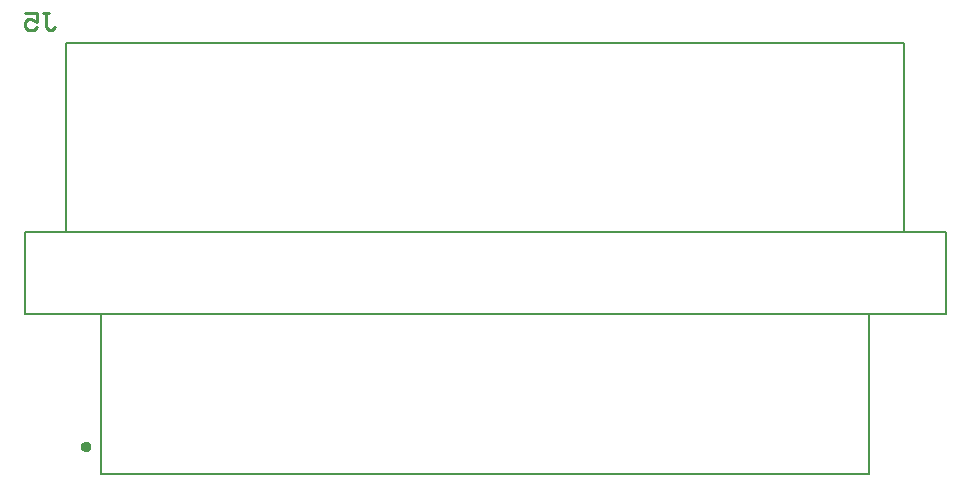
<source format=gbr>
%FSTAX23Y23*%
%MOIN*%
%SFA1B1*%

%IPPOS*%
%ADD11C,0.005000*%
%ADD12C,0.010000*%
%ADD31C,0.015750*%
%LNbackplane_legend_bot-1*%
%LPD*%
G54D11*
X01476Y02036D02*
Y02568D01*
Y02036D02*
X04035D01*
Y02568*
X04153Y02843D02*
Y03473D01*
X01358D02*
X04153D01*
X01358Y02843D02*
Y03473D01*
X0122Y02843D02*
X01358D01*
X04153*
X04291*
Y02568D02*
Y02843D01*
X04035Y02568D02*
X04291D01*
X01476D02*
X04035D01*
X0122D02*
X01476D01*
X0122D02*
Y02843D01*
G54D12*
X0128Y03573D02*
X013D01*
X0129*
Y03524*
X013Y03514*
X0131*
X0132Y03524*
X0122Y03573D02*
X0126D01*
Y03543*
X0124Y03553*
X0123*
X0122Y03543*
Y03524*
X0123Y03514*
X0125*
X0126Y03524*
G54D31*
X01431Y02126D02*
D01*
X01431Y02127*
X01431Y02127*
X01431Y02128*
X01431Y02129*
X01431Y02129*
X01431Y0213*
X01431Y0213*
X0143Y02131*
X0143Y02131*
X0143Y02131*
X01429Y02132*
X01429Y02132*
X01428Y02133*
X01428Y02133*
X01428Y02133*
X01427Y02133*
X01427Y02134*
X01426Y02134*
X01425Y02134*
X01425Y02134*
X01424Y02134*
X01424Y02134*
X01423*
X01423Y02134*
X01422Y02134*
X01422Y02134*
X01421Y02134*
X01421Y02134*
X0142Y02133*
X0142Y02133*
X01419Y02133*
X01419Y02133*
X01418Y02132*
X01418Y02132*
X01418Y02131*
X01417Y02131*
X01417Y02131*
X01417Y0213*
X01416Y0213*
X01416Y02129*
X01416Y02129*
X01416Y02128*
X01416Y02127*
X01416Y02127*
X01416Y02126*
X01416Y02126*
X01416Y02125*
X01416Y02125*
X01416Y02124*
X01416Y02124*
X01416Y02123*
X01417Y02123*
X01417Y02122*
X01417Y02122*
X01418Y02121*
X01418Y02121*
X01418Y02121*
X01419Y0212*
X01419Y0212*
X0142Y0212*
X0142Y02119*
X01421Y02119*
X01421Y02119*
X01422Y02119*
X01422Y02119*
X01423Y02119*
X01423Y02119*
X01424*
X01424Y02119*
X01425Y02119*
X01425Y02119*
X01426Y02119*
X01427Y02119*
X01427Y02119*
X01428Y0212*
X01428Y0212*
X01428Y0212*
X01429Y02121*
X01429Y02121*
X0143Y02121*
X0143Y02122*
X0143Y02122*
X01431Y02123*
X01431Y02123*
X01431Y02124*
X01431Y02124*
X01431Y02125*
X01431Y02125*
X01431Y02126*
X01431Y02126*
M02*
</source>
